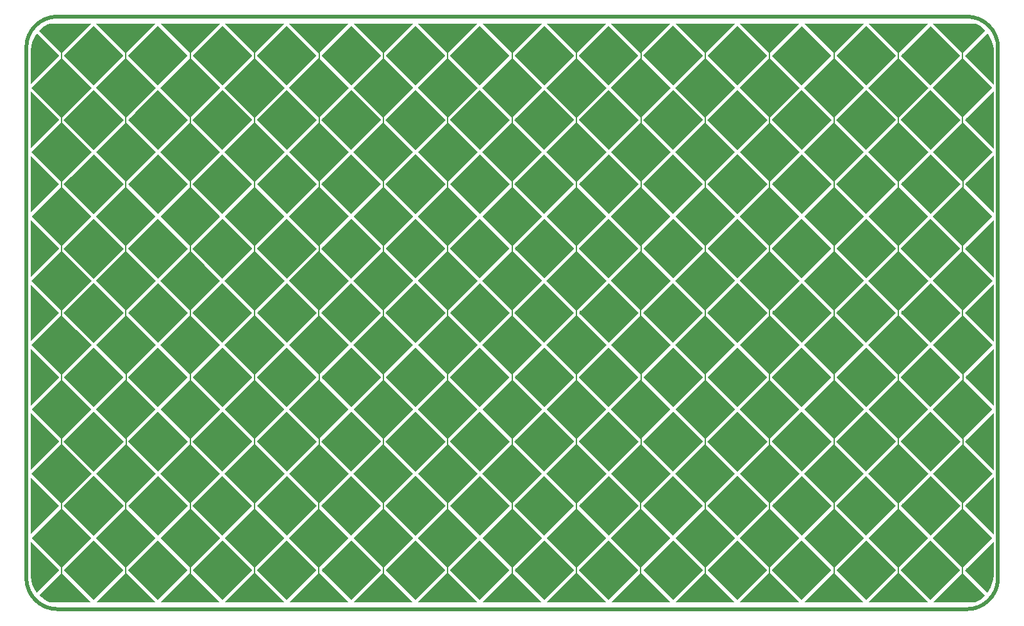
<source format=gtl>
G04*
G04 #@! TF.GenerationSoftware,Altium Limited,Altium Designer,24.5.2 (23)*
G04*
G04 Layer_Physical_Order=1*
G04 Layer_Color=255*
%FSLAX44Y44*%
%MOMM*%
G71*
G04*
G04 #@! TF.SameCoordinates,DF3C02B5-3F0F-4488-AB2D-F481A5C04937*
G04*
G04*
G04 #@! TF.FilePolarity,Positive*
G04*
G01*
G75*
%ADD10C,0.5000*%
%ADD11C,0.5000*%
%ADD12C,0.1300*%
%ADD13C,0.6000*%
G36*
X49000Y736991D02*
Y736988D01*
X11148Y699136D01*
X11148Y741687D01*
Y741687D01*
X11234Y744352D01*
X11920Y749638D01*
X13281Y754792D01*
X15294Y759728D01*
X17925Y764364D01*
X19515Y766475D01*
X49000Y736991D01*
D02*
G37*
G36*
X1258186Y779487D02*
X1259713Y778864D01*
X1264348Y776233D01*
X1268607Y773027D01*
X1271852Y769852D01*
X1242000Y740000D01*
X1202510Y779490D01*
X1258186Y779487D01*
D02*
G37*
G36*
X1196485Y779485D02*
X1157000Y740000D01*
X1117510Y779490D01*
X1196485Y779485D01*
D02*
G37*
G36*
X1111485D02*
X1072000Y740000D01*
X1032510Y779490D01*
X1111485Y779485D01*
D02*
G37*
G36*
X1026485D02*
X987000Y740000D01*
X947510Y779490D01*
X1026485Y779485D01*
D02*
G37*
G36*
X941485D02*
X902000Y740000D01*
X862510Y779490D01*
X941485Y779485D01*
D02*
G37*
G36*
X856485D02*
X817000Y740000D01*
X777510Y779490D01*
X856485Y779485D01*
D02*
G37*
G36*
X771485D02*
X732000Y740000D01*
X692510Y779490D01*
X771485Y779485D01*
D02*
G37*
G36*
X686485D02*
X647000Y740000D01*
X607510Y779490D01*
X686485Y779485D01*
D02*
G37*
G36*
X601485D02*
X562000Y740000D01*
X522510Y779490D01*
X601485Y779485D01*
D02*
G37*
G36*
X516485D02*
X477000Y740000D01*
X437510Y779490D01*
X516485Y779485D01*
D02*
G37*
G36*
X431485D02*
X392000Y740000D01*
X352510Y779490D01*
X431485Y779485D01*
D02*
G37*
G36*
X288240Y779489D02*
X346485Y779485D01*
X307000Y740000D01*
X267510Y779490D01*
X288240Y779489D01*
D02*
G37*
G36*
X261490Y779485D02*
X222005Y740000D01*
X222000D01*
X182510Y779490D01*
X261490Y779485D01*
D02*
G37*
G36*
X176495D02*
X137010Y740000D01*
X137000D01*
X97510Y779490D01*
X176495Y779485D01*
D02*
G37*
G36*
X91500D02*
X52015Y740000D01*
X51990D01*
X36633Y755358D01*
X22238Y769753D01*
X24859Y772433D01*
X29046Y775732D01*
X33623Y778464D01*
X35986Y779489D01*
X91500Y779485D01*
D02*
G37*
G36*
X1275716Y765112D02*
X1278449Y760535D01*
X1280570Y755645D01*
X1282043Y750522D01*
X1282845Y745252D01*
X1282990Y742590D01*
X1283000D01*
X1283000Y699000D01*
X1245000Y737000D01*
Y737000D01*
X1250590Y742590D01*
X1274569Y766569D01*
X1275716Y765112D01*
D02*
G37*
G36*
X349497Y776488D02*
X388988Y736997D01*
X349497Y697507D01*
Y697503D01*
X310000Y737000D01*
X349497Y776497D01*
Y776488D01*
D02*
G37*
G36*
X434497D02*
X473988Y736997D01*
X434497Y697507D01*
Y697503D01*
X395000Y737000D01*
X434497Y776497D01*
Y776488D01*
D02*
G37*
G36*
X264498D02*
X303988Y736997D01*
X264497Y697507D01*
Y697503D01*
X225002Y736998D01*
X264498Y776493D01*
Y776488D01*
D02*
G37*
G36*
X604497D02*
X643988Y736997D01*
X604497Y697507D01*
Y697503D01*
X565000Y737000D01*
X604497Y776498D01*
Y776488D01*
D02*
G37*
G36*
X519497D02*
X558988Y736997D01*
X519497Y697507D01*
Y697503D01*
X480000Y737000D01*
X519497Y776498D01*
Y776488D01*
D02*
G37*
G36*
X689498D02*
X728988Y736997D01*
X689497Y697507D01*
Y697503D01*
X650000Y737000D01*
X689392Y776392D01*
X689498Y776498D01*
Y776488D01*
D02*
G37*
G36*
X774498D02*
X813988Y736997D01*
X774497Y697507D01*
Y697503D01*
X735000Y737000D01*
X774286Y776286D01*
X774498Y776498D01*
Y776488D01*
D02*
G37*
G36*
X944498D02*
X983988Y736997D01*
X944497Y697507D01*
Y697503D01*
X905000Y737000D01*
X944181Y776181D01*
X944498Y776498D01*
Y776488D01*
D02*
G37*
G36*
X859498D02*
X898988Y736997D01*
X859497Y697507D01*
Y697503D01*
X820000Y737000D01*
X859181Y776181D01*
X859498Y776498D01*
Y776488D01*
D02*
G37*
G36*
X1029498D02*
X1068988Y736997D01*
X1029497Y697507D01*
Y697502D01*
X990000Y737000D01*
X1029075Y776075D01*
X1029498Y776498D01*
Y776488D01*
D02*
G37*
G36*
X1199498D02*
X1238988Y736997D01*
X1199497Y697507D01*
Y697502D01*
X1160000Y737000D01*
X1198969Y775969D01*
X1199498Y776498D01*
Y776488D01*
D02*
G37*
G36*
X1114498D02*
X1153988Y736997D01*
X1114497Y697507D01*
Y697502D01*
X1075000Y737000D01*
X1113969Y775969D01*
X1114498Y776498D01*
Y776488D01*
D02*
G37*
G36*
X179498D02*
X218988Y736997D01*
X179497Y697507D01*
Y697502D01*
X179493D01*
X140003Y736993D01*
X179498Y776488D01*
Y776488D01*
D02*
G37*
G36*
X133988Y736997D02*
X94497Y697507D01*
Y697502D01*
X94488D01*
X55003Y736988D01*
X94500Y776485D01*
X133988Y736997D01*
D02*
G37*
G36*
X1281492Y694508D02*
X1242016Y655032D01*
X1202529Y694519D01*
X1242005Y733995D01*
X1281492Y694508D01*
D02*
G37*
G36*
X1196495Y694505D02*
X1157017Y655027D01*
X1117526Y694517D01*
X1157005Y733995D01*
X1196495Y694505D01*
D02*
G37*
G36*
X1111497Y694503D02*
X1072017Y655022D01*
X1032524Y694515D01*
X1072005Y733995D01*
X1111497Y694503D01*
D02*
G37*
G36*
X1026495Y694505D02*
X987012Y655022D01*
X947522Y694512D01*
X987005Y733995D01*
X1026495Y694505D01*
D02*
G37*
G36*
X941495D02*
X902012Y655022D01*
X862522Y694512D01*
X902005Y733995D01*
X941495Y694505D01*
D02*
G37*
G36*
X856497Y694503D02*
X817012Y655017D01*
X777519Y694510D01*
X817005Y733995D01*
X856497Y694503D01*
D02*
G37*
G36*
X771500Y694500D02*
X732012Y655012D01*
X692517Y694507D01*
X732005Y733995D01*
X771500Y694500D01*
D02*
G37*
G36*
X686497Y694502D02*
X647007Y655012D01*
X607515Y694505D01*
Y694505D01*
X647005Y733995D01*
X686497Y694502D01*
D02*
G37*
G36*
X601497D02*
X562007Y655012D01*
X522515Y694505D01*
Y694505D01*
X562005Y733995D01*
X601497Y694502D01*
D02*
G37*
G36*
X516500Y694500D02*
X477007Y655007D01*
X437515Y694500D01*
Y694505D01*
X477005Y733995D01*
X516500Y694500D01*
D02*
G37*
G36*
X346404Y694596D02*
X346500Y694500D01*
D01*
X307005Y655005D01*
X267519Y694490D01*
X267515D01*
Y694505D01*
X267605Y694596D01*
X307005Y733995D01*
X346404Y694596D01*
D02*
G37*
G36*
X261404D02*
X261500Y694500D01*
X222005Y655005D01*
X182519Y694490D01*
X182515D01*
X182515Y694490D01*
Y694505D01*
X182605Y694596D01*
X222005Y733995D01*
X261404Y694596D01*
D02*
G37*
G36*
X431500Y694500D02*
D01*
X431502Y694498D01*
X392007Y655003D01*
X352515Y694495D01*
Y694505D01*
X392005Y733995D01*
X431500Y694500D01*
D02*
G37*
G36*
X176500Y694495D02*
X176505D01*
X176505Y694495D01*
X176500D01*
X137007Y655002D01*
X97519Y694490D01*
X97515D01*
Y694505D01*
X137003Y733993D01*
X176500Y694495D01*
D02*
G37*
G36*
X91500Y694490D02*
D01*
X91500Y694490D01*
X91490D01*
X52000Y655000D01*
X12510Y694490D01*
X12505D01*
X52003Y733988D01*
X91500Y694490D01*
D02*
G37*
G36*
X49000Y651995D02*
Y651990D01*
X11148Y614138D01*
X11148Y689847D01*
X49000Y651995D01*
D02*
G37*
G36*
X1283000Y614049D02*
X1245030Y652018D01*
X1283000Y689988D01*
X1283000Y614049D01*
D02*
G37*
G36*
X1199498Y691475D02*
X1238979Y651994D01*
X1199514Y612530D01*
X1160023Y652020D01*
X1199498Y691485D01*
Y691475D01*
D02*
G37*
G36*
X1114498D02*
X1153981Y651992D01*
X1114514Y612525D01*
X1075021Y652018D01*
X1114498Y691485D01*
Y691475D01*
D02*
G37*
G36*
X944498D02*
X983981Y651992D01*
X944512Y612522D01*
X905018Y652016D01*
X944498Y691485D01*
Y691475D01*
D02*
G37*
G36*
X1029498D02*
X1068984Y651989D01*
X1029514Y612520D01*
Y612520D01*
X990018Y652016D01*
X1029498Y691485D01*
Y691475D01*
D02*
G37*
G36*
X859498D02*
X898981Y651992D01*
X859509Y612520D01*
X820016Y652013D01*
X859498Y691485D01*
Y691475D01*
D02*
G37*
G36*
X774498D02*
X813984Y651989D01*
X774510Y612515D01*
X735014Y652011D01*
X774498Y691485D01*
Y691475D01*
D02*
G37*
G36*
X604497D02*
X643984Y651989D01*
X604507Y612512D01*
X565011Y652008D01*
X604497Y691485D01*
Y691475D01*
D02*
G37*
G36*
X689498D02*
X728986Y651987D01*
X689510Y612510D01*
Y612510D01*
X650011Y652008D01*
X689498Y691485D01*
Y691475D01*
D02*
G37*
G36*
X519497D02*
X558984Y651989D01*
X519505Y612510D01*
X480009Y652006D01*
X519497Y691485D01*
Y691475D01*
D02*
G37*
G36*
X434497D02*
X473986Y651987D01*
X434505Y612505D01*
X395007Y652003D01*
X403730Y660725D01*
X434497Y691485D01*
Y691475D01*
D02*
G37*
G36*
X264498D02*
X303986Y651986D01*
X264503Y612503D01*
X225004Y652001D01*
X264498Y691485D01*
Y691475D01*
D02*
G37*
G36*
X349497D02*
X388988Y651985D01*
X349504Y612501D01*
X310004Y652001D01*
X349497Y691485D01*
Y691475D01*
D02*
G37*
G36*
X179498D02*
X218986Y651986D01*
X179500Y612500D01*
X140003Y651998D01*
X149678Y661673D01*
X179498Y691485D01*
Y691475D01*
D02*
G37*
G36*
X94497D02*
X133988Y651985D01*
X94499Y612496D01*
X55003Y651993D01*
X85330Y682320D01*
X94497Y691485D01*
Y691475D01*
D02*
G37*
G36*
X1281494Y609515D02*
X1242016Y570037D01*
X1202524Y609529D01*
X1242007Y649012D01*
X1281494Y609515D01*
D02*
G37*
G36*
X1196497Y609512D02*
X1157016Y570032D01*
X1117522Y609527D01*
X1157007Y649012D01*
X1196497Y609512D01*
D02*
G37*
G36*
X1111499Y609510D02*
X1072017Y570027D01*
X1032519Y609524D01*
X1072007Y649012D01*
X1111499Y609510D01*
D02*
G37*
G36*
X1026497Y609512D02*
X987012Y570027D01*
X947517Y609522D01*
X987007Y649012D01*
X1026497Y609512D01*
D02*
G37*
G36*
X941497D02*
X902012Y570027D01*
X862517Y609522D01*
X902007Y649012D01*
X941497Y609512D01*
D02*
G37*
G36*
X856500Y609510D02*
X817012Y570022D01*
X777514Y609520D01*
X817007Y649012D01*
X856500Y609510D01*
D02*
G37*
G36*
X771492Y609517D02*
X771502Y609507D01*
X732012Y570017D01*
X692514Y609515D01*
X732009Y649010D01*
X771492Y609517D01*
D02*
G37*
G36*
X686500Y609510D02*
X647007Y570017D01*
X607512Y609512D01*
Y609517D01*
X647007Y649012D01*
X686500Y609510D01*
D02*
G37*
G36*
X601500Y609510D02*
X562007Y570017D01*
X522512Y609512D01*
Y609517D01*
X562007Y649012D01*
X601500Y609510D01*
D02*
G37*
G36*
X495228Y630787D02*
X505860Y620152D01*
X516502Y609507D01*
X516497Y609502D01*
X516497D01*
X477007Y570012D01*
X437512Y609507D01*
Y609512D01*
X477007Y649007D01*
X495228Y630787D01*
D02*
G37*
G36*
X429822Y611188D02*
X431492Y609517D01*
X431505Y609505D01*
X431502Y609502D01*
X431497D01*
X392007Y570012D01*
X352517Y609503D01*
X352512D01*
X352512Y609503D01*
Y609507D01*
X392007Y649003D01*
X429822Y611188D01*
D02*
G37*
G36*
X346500Y609505D02*
X346500D01*
X346498Y609502D01*
X346497D01*
X307007Y570012D01*
X267516Y609503D01*
X267512D01*
Y609512D01*
X307003Y649003D01*
X346500Y609505D01*
D02*
G37*
G36*
X261500D02*
X261500D01*
X261498Y609502D01*
X261497D01*
X222007Y570012D01*
X182516Y609503D01*
X182512D01*
Y609512D01*
X222003Y649003D01*
X261500Y609505D01*
D02*
G37*
G36*
X176498Y609502D02*
X176497D01*
X137007Y570012D01*
X97516Y609503D01*
X97512D01*
Y609507D01*
X137003Y648998D01*
X176498Y609502D01*
D02*
G37*
G36*
X91493D02*
X91488D01*
X51997Y570012D01*
X12510Y609500D01*
X52003Y648993D01*
X91493Y609502D01*
D02*
G37*
G36*
X49000Y567000D02*
Y566995D01*
X11148Y529143D01*
X11148Y604852D01*
X49000Y567000D01*
D02*
G37*
G36*
X1283000Y529053D02*
X1245033Y567020D01*
X1283000Y604988D01*
X1283000Y529053D01*
D02*
G37*
G36*
X1199498Y606475D02*
X1238976Y566997D01*
X1199514Y527534D01*
X1160025Y567023D01*
X1199498Y606485D01*
Y606475D01*
D02*
G37*
G36*
X1114498D02*
X1153979Y566994D01*
X1114514Y527530D01*
X1075023Y567020D01*
X1114498Y606485D01*
Y606475D01*
D02*
G37*
G36*
X944498D02*
X983979Y566994D01*
X944512Y527527D01*
X905021Y567018D01*
X944498Y606485D01*
Y606475D01*
D02*
G37*
G36*
X1029498D02*
X1068981Y566992D01*
X1029514Y527525D01*
Y527525D01*
X990021Y567018D01*
X1029498Y606485D01*
Y606475D01*
D02*
G37*
G36*
X859498D02*
X898979Y566994D01*
X859509Y527524D01*
X820018Y567016D01*
X859498Y606485D01*
Y606475D01*
D02*
G37*
G36*
X774498D02*
X813981Y566992D01*
X774509Y527520D01*
X735016Y567013D01*
X774498Y606485D01*
Y606475D01*
D02*
G37*
G36*
X604497D02*
X643981Y566992D01*
X604507Y527517D01*
X565013Y567011D01*
X604497Y606485D01*
Y606475D01*
D02*
G37*
G36*
X689498D02*
X728984Y566989D01*
X689509Y527515D01*
Y527515D01*
X650013Y567011D01*
X689498Y606485D01*
Y606475D01*
D02*
G37*
G36*
X519497D02*
X558982Y566992D01*
X519505Y527515D01*
X480011Y567008D01*
X519497Y606485D01*
Y606475D01*
D02*
G37*
G36*
X434497D02*
X473984Y566989D01*
X434505Y527510D01*
X395009Y567006D01*
X434497Y606485D01*
Y606475D01*
D02*
G37*
G36*
X264498D02*
X303984Y566989D01*
X264502Y527507D01*
X225006Y567004D01*
X264498Y606485D01*
Y606475D01*
D02*
G37*
G36*
X349497D02*
X388986Y566987D01*
X349505Y527505D01*
Y527505D01*
X310006Y567004D01*
X349497Y606485D01*
Y606475D01*
D02*
G37*
G36*
X179498D02*
X218984Y566989D01*
X179500Y527505D01*
X140004Y567001D01*
X179498Y606485D01*
Y606475D01*
D02*
G37*
G36*
X94497D02*
X133987Y566986D01*
X94500Y527500D01*
X55003Y566998D01*
X65099Y577094D01*
X94497Y606485D01*
Y606475D01*
D02*
G37*
G36*
X1281492Y524517D02*
X1242016Y485042D01*
X1202526Y524532D01*
X1242007Y564012D01*
X1281492Y524517D01*
D02*
G37*
G36*
X1196495Y524515D02*
X1157016Y485037D01*
X1117524Y524529D01*
X1157007Y564012D01*
X1196495Y524515D01*
D02*
G37*
G36*
X1111497Y524512D02*
X1072016Y485032D01*
X1032522Y524527D01*
X1072007Y564012D01*
X1111497Y524512D01*
D02*
G37*
G36*
X1026495Y524515D02*
X987012Y485032D01*
X947519Y524524D01*
X987007Y564012D01*
X1026495Y524515D01*
D02*
G37*
G36*
X941495Y524515D02*
X902012Y485032D01*
X862519Y524524D01*
X902007Y564012D01*
X941495Y524515D01*
D02*
G37*
G36*
X856497Y524512D02*
X817012Y485027D01*
X777517Y524522D01*
X817007Y564012D01*
X856497Y524512D01*
D02*
G37*
G36*
X771500Y524510D02*
X732012Y485022D01*
X692514Y524520D01*
X732007Y564012D01*
X771500Y524510D01*
D02*
G37*
G36*
X686497Y524512D02*
X647007Y485022D01*
X607512Y524517D01*
Y524517D01*
X647007Y564012D01*
X686497Y524512D01*
D02*
G37*
G36*
X601497D02*
X562007Y485022D01*
X522512Y524517D01*
Y524517D01*
X562007Y564012D01*
X601497Y524512D01*
D02*
G37*
G36*
X516500Y524510D02*
X477007Y485017D01*
X437512Y524512D01*
Y524517D01*
X477007Y564012D01*
X516500Y524510D01*
D02*
G37*
G36*
X345664Y525345D02*
X346500Y524510D01*
X346500D01*
X307005Y485014D01*
X267516Y524503D01*
X267512D01*
Y524517D01*
X307002Y564007D01*
X345664Y525345D01*
D02*
G37*
G36*
X260559Y525451D02*
X261500Y524510D01*
D01*
X222005Y485014D01*
X182516Y524503D01*
X182512D01*
Y524517D01*
X222003Y564007D01*
X260559Y525451D01*
D02*
G37*
G36*
X410122Y545892D02*
X431502Y524507D01*
X431497Y524502D01*
X431497D01*
X392007Y485012D01*
X352512Y524507D01*
Y524512D01*
X392007Y564007D01*
X410122Y545892D01*
D02*
G37*
G36*
X176500Y524505D02*
X176500D01*
X176498Y524502D01*
X176497D01*
X137007Y485012D01*
X97516Y524503D01*
X97512D01*
Y524512D01*
X137002Y564002D01*
X176500Y524505D01*
D02*
G37*
G36*
X90655Y525345D02*
X91498Y524502D01*
X91488D01*
X51997Y485012D01*
X12507Y524502D01*
X52003Y563998D01*
X90655Y525345D01*
D02*
G37*
G36*
X49000Y482000D02*
Y482000D01*
X11148Y444148D01*
X11148Y519852D01*
X49000Y482000D01*
D02*
G37*
G36*
X1282999Y444058D02*
X1245035Y482023D01*
X1283000Y519987D01*
X1282999Y444058D01*
D02*
G37*
G36*
X1199498Y521475D02*
X1238974Y481999D01*
X1199514Y442539D01*
X1160028Y482025D01*
X1199498Y521485D01*
Y521475D01*
D02*
G37*
G36*
X1114498D02*
X1153976Y481997D01*
X1114514Y442534D01*
X1075025Y482023D01*
X1114498Y521485D01*
Y521475D01*
D02*
G37*
G36*
X944498D02*
X983976Y481996D01*
X944512Y442532D01*
X905023Y482020D01*
X944498Y521485D01*
Y521475D01*
D02*
G37*
G36*
X1029498D02*
X1068979Y481994D01*
X1029514Y442529D01*
Y442529D01*
X990023Y482020D01*
X1029498Y521485D01*
Y521475D01*
D02*
G37*
G36*
X859498D02*
X898976Y481996D01*
X859509Y442529D01*
X820021Y482018D01*
X859498Y521485D01*
Y521475D01*
D02*
G37*
G36*
X774498D02*
X813979Y481994D01*
X774509Y442524D01*
X735018Y482016D01*
X774498Y521485D01*
Y521475D01*
D02*
G37*
G36*
X604497D02*
X643979Y481994D01*
X604507Y442522D01*
X565016Y482013D01*
X604497Y521485D01*
Y521475D01*
D02*
G37*
G36*
X689498D02*
X728981Y481992D01*
X689509Y442520D01*
Y442520D01*
X650016Y482013D01*
X689498Y521485D01*
Y521475D01*
D02*
G37*
G36*
X519497D02*
X558979Y481994D01*
X519505Y442519D01*
X480013Y482011D01*
X519497Y521485D01*
Y521475D01*
D02*
G37*
G36*
X434497D02*
X473982Y481992D01*
X434505Y442515D01*
X395011Y482008D01*
X434497Y521485D01*
Y521475D01*
D02*
G37*
G36*
X264498D02*
X303982Y481991D01*
X264502Y442512D01*
X225009Y482006D01*
X264498Y521485D01*
Y521475D01*
D02*
G37*
G36*
X349497D02*
X388984Y481989D01*
X349505Y442510D01*
Y442510D01*
X310009Y482006D01*
X349497Y521485D01*
Y521475D01*
D02*
G37*
G36*
X179498D02*
X218982Y481991D01*
X179500Y442510D01*
X140006Y482004D01*
X179498Y521485D01*
Y521475D01*
D02*
G37*
G36*
X94497D02*
X133984Y481989D01*
X94500Y442505D01*
X55004Y482001D01*
X94497Y521485D01*
Y521475D01*
D02*
G37*
G36*
X1281490Y439520D02*
X1242016Y400046D01*
X1202529Y439534D01*
X1242007Y479012D01*
X1281490Y439520D01*
D02*
G37*
G36*
X1196492Y439517D02*
X1157016Y400042D01*
X1117526Y439532D01*
X1157007Y479012D01*
X1196492Y439517D01*
D02*
G37*
G36*
X1111495Y439515D02*
X1072016Y400037D01*
X1032524Y439529D01*
X1072007Y479012D01*
X1111495Y439515D01*
D02*
G37*
G36*
X1026492Y439517D02*
X987011Y400037D01*
X947521Y439527D01*
X987007Y479012D01*
X1026492Y439517D01*
D02*
G37*
G36*
X941492Y439517D02*
X902012Y400037D01*
X862521Y439527D01*
X902007Y479012D01*
X941492Y439517D01*
D02*
G37*
G36*
X856495Y439515D02*
X817012Y400032D01*
X777519Y439524D01*
X817007Y479012D01*
X856495Y439515D01*
D02*
G37*
G36*
X771497Y439512D02*
X732012Y400027D01*
X692517Y439522D01*
X732007Y479012D01*
X771497Y439512D01*
D02*
G37*
G36*
X686495Y439515D02*
X647007Y400027D01*
X607514Y439520D01*
X647007Y479012D01*
X686495Y439515D01*
D02*
G37*
G36*
X601495D02*
X562007Y400027D01*
X522514Y439520D01*
X562007Y479012D01*
X601495Y439515D01*
D02*
G37*
G36*
X516497Y439512D02*
X477007Y400022D01*
X437512Y439517D01*
Y439517D01*
X477007Y479012D01*
X516497Y439512D01*
D02*
G37*
G36*
X431500Y439510D02*
X392007Y400017D01*
X352512Y439512D01*
Y439517D01*
X392007Y479012D01*
X431500Y439510D01*
D02*
G37*
G36*
X326070Y459944D02*
X339685Y446326D01*
X346497Y439512D01*
X307002Y400017D01*
X267512Y439507D01*
Y439517D01*
X307005Y479010D01*
X326070Y459944D01*
D02*
G37*
G36*
X240965Y460050D02*
X261497Y439512D01*
X222002Y400017D01*
X182512Y439507D01*
Y439517D01*
X222005Y479010D01*
X240965Y460050D01*
D02*
G37*
G36*
X175875Y440135D02*
X176500Y439510D01*
X176500D01*
X137005Y400014D01*
X97516Y439503D01*
X97512D01*
Y439517D01*
X137002Y479007D01*
X175875Y440135D01*
D02*
G37*
G36*
X71061Y459944D02*
X91498Y439502D01*
X91488D01*
X51997Y400012D01*
X12505Y439505D01*
X52003Y479002D01*
X71061Y459944D01*
D02*
G37*
G36*
X48998Y397002D02*
X11148Y359152D01*
X11148Y434852D01*
X48998Y397002D01*
D02*
G37*
G36*
X1282999Y359063D02*
X1245037Y397025D01*
X1282999Y434987D01*
X1282999Y359063D01*
D02*
G37*
G36*
X1199498Y436475D02*
X1238971Y397002D01*
X1199514Y357544D01*
X1160030Y397028D01*
X1199498Y436485D01*
Y436475D01*
D02*
G37*
G36*
X1114498D02*
X1153974Y396999D01*
X1114514Y357539D01*
X1075028Y397025D01*
X1114498Y436485D01*
Y436475D01*
D02*
G37*
G36*
X944498D02*
X983974Y396999D01*
X944511Y357537D01*
X905025Y397023D01*
X944498Y436485D01*
Y436475D01*
D02*
G37*
G36*
X1029498D02*
X1068976Y396997D01*
X1029514Y357534D01*
Y357534D01*
X990025Y397023D01*
X1029498Y436485D01*
Y436475D01*
D02*
G37*
G36*
X859498D02*
X898974Y396999D01*
X859509Y357534D01*
X820023Y397020D01*
X859498Y436485D01*
Y436475D01*
D02*
G37*
G36*
X774498D02*
X813976Y396996D01*
X774509Y357529D01*
X735021Y397018D01*
X774498Y436485D01*
Y436475D01*
D02*
G37*
G36*
X604497D02*
X643977Y396996D01*
X604507Y357527D01*
X565018Y397015D01*
X604497Y436485D01*
Y436475D01*
D02*
G37*
G36*
X689498D02*
X728979Y396994D01*
X689509Y357524D01*
Y357524D01*
X650018Y397015D01*
X689498Y436485D01*
Y436475D01*
D02*
G37*
G36*
X519497D02*
X558977Y396996D01*
X519505Y357524D01*
X480016Y397013D01*
X519497Y436485D01*
Y436475D01*
D02*
G37*
G36*
X434497D02*
X473979Y396994D01*
X434505Y357519D01*
X395013Y397011D01*
X434497Y436485D01*
Y436475D01*
D02*
G37*
G36*
X264498D02*
X303979Y396994D01*
X264502Y357517D01*
X225011Y397008D01*
X264498Y436485D01*
Y436475D01*
D02*
G37*
G36*
X349497D02*
X388982Y396991D01*
X349505Y357515D01*
Y357515D01*
X310011Y397008D01*
X349497Y436485D01*
Y436475D01*
D02*
G37*
G36*
X179498D02*
X218979Y396994D01*
X179500Y357514D01*
X140008Y397006D01*
X179498Y436485D01*
Y436475D01*
D02*
G37*
G36*
X94497D02*
X133982Y396991D01*
X94500Y357510D01*
X55006Y397004D01*
X94497Y436485D01*
Y436475D01*
D02*
G37*
G36*
X1281487Y354522D02*
X1242016Y315051D01*
X1202531Y354536D01*
X1242007Y394012D01*
X1281487Y354522D01*
D02*
G37*
G36*
X1196490Y354520D02*
X1157016Y315046D01*
X1117529Y354534D01*
X1157007Y394012D01*
X1196490Y354520D01*
D02*
G37*
G36*
X1111492Y354517D02*
X1072016Y315042D01*
X1032526Y354532D01*
X1072007Y394012D01*
X1111492Y354517D01*
D02*
G37*
G36*
X1026490Y354520D02*
X987011Y315041D01*
X947524Y354529D01*
X987007Y394012D01*
X1026490Y354520D01*
D02*
G37*
G36*
X941490D02*
X902011Y315041D01*
X862524Y354529D01*
X902007Y394012D01*
X941490Y354520D01*
D02*
G37*
G36*
X856492Y354517D02*
X817011Y315037D01*
X777521Y354527D01*
X817007Y394012D01*
X856492Y354517D01*
D02*
G37*
G36*
X771495Y354515D02*
X732012Y315032D01*
X692519Y354524D01*
X732007Y394012D01*
X771495Y354515D01*
D02*
G37*
G36*
X686492Y354517D02*
X647007Y315032D01*
X607517Y354522D01*
X647007Y394012D01*
X686492Y354517D01*
D02*
G37*
G36*
X601492Y354517D02*
X562007Y315032D01*
X522517Y354522D01*
X562007Y394012D01*
X601492Y354517D01*
D02*
G37*
G36*
X516495Y354515D02*
X477007Y315027D01*
X437514Y354520D01*
X477007Y394012D01*
X516495Y354515D01*
D02*
G37*
G36*
X431497Y354512D02*
X392007Y315022D01*
X352512Y354517D01*
Y354517D01*
X392007Y394012D01*
X431497Y354512D01*
D02*
G37*
G36*
X346495Y354515D02*
X307002Y315022D01*
X267512Y354512D01*
Y354517D01*
X307007Y394012D01*
X346495Y354515D01*
D02*
G37*
G36*
X261495D02*
X222002Y315022D01*
X182512Y354512D01*
Y354517D01*
X222007Y394012D01*
X261495Y354515D01*
D02*
G37*
G36*
X156176Y374839D02*
X176492Y354517D01*
X176497Y354512D01*
X137002Y315017D01*
X97512Y354507D01*
Y354517D01*
X137004Y394010D01*
X156176Y374839D01*
D02*
G37*
G36*
X71743Y374262D02*
X91490Y354510D01*
X91495Y354505D01*
X91493Y354502D01*
X91488D01*
X52000Y315015D01*
X12505Y354510D01*
X52002Y394007D01*
X71743Y374262D01*
D02*
G37*
G36*
X48995Y312005D02*
X11148Y274157D01*
X11148Y349852D01*
X48995Y312005D01*
D02*
G37*
G36*
X1282999Y274068D02*
X1245040Y312028D01*
X1282999Y349987D01*
X1282999Y274068D01*
D02*
G37*
G36*
X1199498Y351475D02*
X1238969Y312004D01*
X1199514Y272549D01*
X1160033Y312030D01*
X1199498Y351485D01*
Y351475D01*
D02*
G37*
G36*
X1114498D02*
X1153971Y312002D01*
X1114514Y272544D01*
X1075030Y312028D01*
X1114498Y351485D01*
Y351475D01*
D02*
G37*
G36*
X944498D02*
X983971Y312001D01*
X944511Y272541D01*
X905028Y312025D01*
X944498Y351485D01*
Y351475D01*
D02*
G37*
G36*
X1029498D02*
X1068974Y311999D01*
X1029514Y272539D01*
Y272539D01*
X990028Y312025D01*
X1029498Y351485D01*
Y351475D01*
D02*
G37*
G36*
X859498D02*
X898971Y312001D01*
X859509Y272539D01*
X820025Y312023D01*
X859498Y351485D01*
Y351475D01*
D02*
G37*
G36*
X774498D02*
X813974Y311999D01*
X774509Y272534D01*
X735023Y312020D01*
X774498Y351485D01*
Y351475D01*
D02*
G37*
G36*
X604497D02*
X643974Y311999D01*
X604507Y272532D01*
X565020Y312018D01*
X604497Y351485D01*
Y351475D01*
D02*
G37*
G36*
X689498D02*
X728977Y311996D01*
X689509Y272529D01*
Y272529D01*
X650021Y312018D01*
X689498Y351485D01*
Y351475D01*
D02*
G37*
G36*
X519497D02*
X558974Y311999D01*
X519504Y272529D01*
X480018Y312015D01*
X519497Y351485D01*
Y351475D01*
D02*
G37*
G36*
X434497D02*
X473977Y311996D01*
X434505Y272524D01*
X395016Y312013D01*
X434497Y351485D01*
Y351475D01*
D02*
G37*
G36*
X264498D02*
X303977Y311996D01*
X264502Y272522D01*
X225013Y312011D01*
X264498Y351485D01*
Y351475D01*
D02*
G37*
G36*
X349497D02*
X388979Y311994D01*
X349505Y272519D01*
Y272519D01*
X310013Y312011D01*
X349497Y351485D01*
Y351475D01*
D02*
G37*
G36*
X179498D02*
X218977Y311996D01*
X179500Y272519D01*
X140011Y312008D01*
X179498Y351485D01*
Y351475D01*
D02*
G37*
G36*
X94497D02*
X133979Y311994D01*
X94500Y272514D01*
X55009Y312006D01*
X94497Y351485D01*
Y351475D01*
D02*
G37*
G36*
X1281485Y269525D02*
X1242016Y230056D01*
X1202533Y269539D01*
X1242007Y309012D01*
X1281485Y269525D01*
D02*
G37*
G36*
X1196487Y269522D02*
X1157016Y230051D01*
X1117531Y269536D01*
X1157007Y309012D01*
X1196487Y269522D01*
D02*
G37*
G36*
X1111490Y269520D02*
X1072016Y230046D01*
X1032529Y269534D01*
X1072007Y309012D01*
X1111490Y269520D01*
D02*
G37*
G36*
X1026487Y269522D02*
X987011Y230046D01*
X947526Y269531D01*
X987007Y309012D01*
X1026487Y269522D01*
D02*
G37*
G36*
X941487Y269522D02*
X902011Y230046D01*
X862526Y269531D01*
X902007Y309012D01*
X941487Y269522D01*
D02*
G37*
G36*
X856490Y269520D02*
X817011Y230041D01*
X777524Y269529D01*
X817007Y309012D01*
X856490Y269520D01*
D02*
G37*
G36*
X771492Y269517D02*
X732012Y230037D01*
X692521Y269527D01*
X732007Y309012D01*
X771492Y269517D01*
D02*
G37*
G36*
X686490Y269520D02*
X647007Y230036D01*
X607519Y269524D01*
X647007Y309012D01*
X686490Y269520D01*
D02*
G37*
G36*
X601490D02*
X562007Y230036D01*
X522519Y269524D01*
X562007Y309012D01*
X601490Y269520D01*
D02*
G37*
G36*
X516492Y269517D02*
X477007Y230032D01*
X437517Y269522D01*
X477007Y309012D01*
X516492Y269517D01*
D02*
G37*
G36*
X431495Y269515D02*
X392007Y230027D01*
X352514Y269520D01*
X392007Y309012D01*
X431495Y269515D01*
D02*
G37*
G36*
X346493Y269517D02*
X307002Y230027D01*
X267512Y269517D01*
Y269517D01*
X307007Y309012D01*
X346493Y269517D01*
D02*
G37*
G36*
X261493Y269517D02*
X222002Y230027D01*
X182512Y269517D01*
Y269517D01*
X222007Y309012D01*
X261493Y269517D01*
D02*
G37*
G36*
X176495Y269515D02*
X137002Y230022D01*
X97512Y269512D01*
Y269517D01*
X137007Y309012D01*
X176495Y269515D01*
D02*
G37*
G36*
X65161Y295846D02*
X91493Y269507D01*
X91488Y269503D01*
X91488D01*
X52002Y230017D01*
X12505Y269514D01*
X52000Y309010D01*
X65161Y295846D01*
D02*
G37*
G36*
X48993Y227007D02*
X11147Y189162D01*
X11148Y264853D01*
X48993Y227007D01*
D02*
G37*
G36*
X1282999Y189073D02*
X1245042Y227030D01*
X1282999Y264987D01*
X1282999Y189073D01*
D02*
G37*
G36*
X1199498Y266475D02*
X1238967Y227006D01*
X1199514Y187554D01*
X1160035Y227032D01*
X1199498Y266485D01*
Y266475D01*
D02*
G37*
G36*
X1114498D02*
X1153969Y227004D01*
X1114514Y187549D01*
X1075033Y227030D01*
X1114498Y266485D01*
Y266475D01*
D02*
G37*
G36*
X944498D02*
X983969Y227004D01*
X944511Y187546D01*
X905030Y227027D01*
X944498Y266485D01*
Y266475D01*
D02*
G37*
G36*
X1029498D02*
X1068971Y227002D01*
X1029514Y187544D01*
Y187544D01*
X990030Y227027D01*
X1029498Y266485D01*
Y266475D01*
D02*
G37*
G36*
X859498D02*
X898969Y227004D01*
X859509Y187544D01*
X820028Y227025D01*
X859498Y266485D01*
Y266475D01*
D02*
G37*
G36*
X774498D02*
X813971Y227001D01*
X774509Y187539D01*
X735025Y227023D01*
X774498Y266485D01*
Y266475D01*
D02*
G37*
G36*
X604497D02*
X643972Y227001D01*
X604507Y187536D01*
X565023Y227020D01*
X604497Y266485D01*
Y266475D01*
D02*
G37*
G36*
X689498D02*
X728974Y226999D01*
X689509Y187534D01*
Y187534D01*
X650023Y227020D01*
X689498Y266485D01*
Y266475D01*
D02*
G37*
G36*
X519497D02*
X558972Y227001D01*
X519504Y187534D01*
X480020Y227018D01*
X519497Y266485D01*
Y266475D01*
D02*
G37*
G36*
X434497D02*
X473974Y226999D01*
X434505Y187529D01*
X395018Y227015D01*
X434497Y266485D01*
Y266475D01*
D02*
G37*
G36*
X264498D02*
X303974Y226999D01*
X264502Y187527D01*
X225016Y227013D01*
X264498Y266485D01*
Y266475D01*
D02*
G37*
G36*
X349497D02*
X388977Y226996D01*
X349505Y187524D01*
Y187524D01*
X310016Y227013D01*
X349497Y266485D01*
Y266475D01*
D02*
G37*
G36*
X179498D02*
X218974Y226999D01*
X179500Y187524D01*
X140013Y227011D01*
X179498Y266485D01*
Y266475D01*
D02*
G37*
G36*
X94497D02*
X133977Y226996D01*
X94500Y187519D01*
X55011Y227008D01*
X94497Y266485D01*
Y266475D01*
D02*
G37*
G36*
X1281482Y184527D02*
X1242016Y145061D01*
X1202536Y184541D01*
X1242007Y224012D01*
X1281482Y184527D01*
D02*
G37*
G36*
X1196485Y184525D02*
X1157016Y145056D01*
X1117533Y184539D01*
X1157007Y224012D01*
X1196485Y184525D01*
D02*
G37*
G36*
X1111487Y184522D02*
X1072016Y145051D01*
X1032531Y184536D01*
X1072007Y224012D01*
X1111487Y184522D01*
D02*
G37*
G36*
X1026485Y184525D02*
X987011Y145051D01*
X947529Y184534D01*
X987007Y224012D01*
X1026485Y184525D01*
D02*
G37*
G36*
X941485Y184525D02*
X902011Y145051D01*
X862529Y184534D01*
X902007Y224012D01*
X941485Y184525D01*
D02*
G37*
G36*
X856487Y184522D02*
X817011Y145046D01*
X777526Y184531D01*
X817007Y224012D01*
X856487Y184522D01*
D02*
G37*
G36*
X771490Y184520D02*
X732011Y145041D01*
X692524Y184529D01*
X732007Y224012D01*
X771490Y184520D01*
D02*
G37*
G36*
X686488Y184522D02*
X647007Y145041D01*
X607521Y184527D01*
X647007Y224012D01*
X686488Y184522D01*
D02*
G37*
G36*
X601488D02*
X562007Y145041D01*
X522521Y184527D01*
X562007Y224012D01*
X601488Y184522D01*
D02*
G37*
G36*
X516490Y184520D02*
X477007Y145036D01*
X437519Y184524D01*
X477007Y224012D01*
X516490Y184520D01*
D02*
G37*
G36*
X431493Y184517D02*
X392007Y145031D01*
X352517Y184522D01*
X392007Y224012D01*
X431493Y184517D01*
D02*
G37*
G36*
X346490Y184519D02*
X307002Y145031D01*
X267514Y184519D01*
X307007Y224012D01*
X346490Y184519D01*
D02*
G37*
G36*
X261490Y184519D02*
X222002Y145031D01*
X182514Y184519D01*
X222007Y224012D01*
X261490Y184519D01*
D02*
G37*
G36*
X176493Y184517D02*
X137002Y145027D01*
X97512Y184517D01*
Y184517D01*
X137007Y224012D01*
X176493Y184517D01*
D02*
G37*
G36*
X91490Y184510D02*
X52002Y145022D01*
X12505Y184519D01*
X51997Y224012D01*
X91490Y184510D01*
D02*
G37*
G36*
X48990Y142010D02*
X11147Y104167D01*
X11147Y179853D01*
X48990Y142010D01*
D02*
G37*
G36*
X1282999Y104078D02*
X1245044Y142032D01*
X1282999Y179987D01*
X1282999Y104078D01*
D02*
G37*
G36*
X1199498Y181475D02*
X1238964Y142009D01*
X1199514Y102558D01*
X1160037Y142035D01*
X1199498Y181485D01*
Y181475D01*
D02*
G37*
G36*
X1114498D02*
X1153967Y142007D01*
X1114514Y102554D01*
X1075035Y142032D01*
X1114498Y181485D01*
Y181475D01*
D02*
G37*
G36*
X944498D02*
X983967Y142006D01*
X944511Y102551D01*
X905033Y142030D01*
X944498Y181485D01*
Y181475D01*
D02*
G37*
G36*
X1029498D02*
X1068969Y142004D01*
X1029514Y102549D01*
Y102549D01*
X990033Y142030D01*
X1029498Y181485D01*
Y181475D01*
D02*
G37*
G36*
X859498D02*
X898967Y142006D01*
X859509Y102549D01*
X820030Y142028D01*
X859498Y181485D01*
Y181475D01*
D02*
G37*
G36*
X774498D02*
X813969Y142004D01*
X774509Y102544D01*
X735028Y142025D01*
X774498Y181485D01*
Y181475D01*
D02*
G37*
G36*
X604497D02*
X643969Y142004D01*
X604507Y102541D01*
X565025Y142023D01*
X604497Y181485D01*
Y181475D01*
D02*
G37*
G36*
X689498D02*
X728972Y142001D01*
X689509Y102539D01*
Y102539D01*
X650025Y142023D01*
X689498Y181485D01*
Y181475D01*
D02*
G37*
G36*
X519497D02*
X558969Y142004D01*
X519504Y102539D01*
X480023Y142020D01*
X519497Y181485D01*
Y181475D01*
D02*
G37*
G36*
X434497D02*
X473972Y142001D01*
X434504Y102534D01*
X395020Y142018D01*
X434497Y181485D01*
Y181475D01*
D02*
G37*
G36*
X264498D02*
X303972Y142001D01*
X264502Y102531D01*
X225018Y142015D01*
X264498Y181485D01*
Y181475D01*
D02*
G37*
G36*
X349497D02*
X388974Y141999D01*
X349504Y102529D01*
Y102529D01*
X310018Y142015D01*
X349497Y181485D01*
Y181475D01*
D02*
G37*
G36*
X179498D02*
X218972Y142001D01*
X179500Y102529D01*
X140016Y142013D01*
X179498Y181485D01*
Y181475D01*
D02*
G37*
G36*
X94497D02*
X133974Y141999D01*
X94500Y102524D01*
X55013Y142011D01*
X94497Y181485D01*
Y181475D01*
D02*
G37*
G36*
X1281480Y99530D02*
X1242016Y60066D01*
X1202538Y99544D01*
X1242007Y139012D01*
X1281480Y99530D01*
D02*
G37*
G36*
X1196482Y99527D02*
X1157016Y60061D01*
X1117536Y99541D01*
X1157007Y139012D01*
X1196482Y99527D01*
D02*
G37*
G36*
X1111485Y99525D02*
X1072016Y60056D01*
X1032533Y99539D01*
X1072007Y139012D01*
X1111485Y99525D01*
D02*
G37*
G36*
X1026482Y99527D02*
X987011Y60056D01*
X947531Y99536D01*
X987007Y139012D01*
X1026482Y99527D01*
D02*
G37*
G36*
X941482D02*
X902011Y60056D01*
X862531Y99536D01*
X902007Y139012D01*
X941482Y99527D01*
D02*
G37*
G36*
X856485Y99525D02*
X817011Y60051D01*
X777529Y99534D01*
X817007Y139012D01*
X856485Y99525D01*
D02*
G37*
G36*
X771487Y99522D02*
X732011Y60046D01*
X692526Y99531D01*
X732007Y139012D01*
X771487Y99522D01*
D02*
G37*
G36*
X686485Y99524D02*
X647007Y60046D01*
X607524Y99529D01*
X647007Y139012D01*
X686485Y99524D01*
D02*
G37*
G36*
X601485Y99524D02*
X562007Y60046D01*
X522524Y99529D01*
X562007Y139012D01*
X601485Y99524D01*
D02*
G37*
G36*
X516488Y99522D02*
X477007Y60041D01*
X437521Y99527D01*
X477007Y139012D01*
X516488Y99522D01*
D02*
G37*
G36*
X431490Y99520D02*
X392007Y60036D01*
X352519Y99524D01*
X392007Y139012D01*
X431490Y99520D01*
D02*
G37*
G36*
X346488Y99522D02*
X307002Y60036D01*
X267516Y99522D01*
X307007Y139012D01*
X346488Y99522D01*
D02*
G37*
G36*
X261488D02*
X222002Y60036D01*
X182516Y99522D01*
X222007Y139012D01*
X261488Y99522D01*
D02*
G37*
G36*
X176490Y99519D02*
X137002Y60031D01*
X97514Y99519D01*
X137007Y139012D01*
X176490Y99519D01*
D02*
G37*
G36*
X91488Y99512D02*
X52002Y60026D01*
X12507Y99522D01*
X51997Y139012D01*
X91488Y99512D01*
D02*
G37*
G36*
X48988Y57012D02*
X19510Y27534D01*
X18431Y28905D01*
X15698Y33481D01*
X13577Y38372D01*
X12104Y43495D01*
X11302Y48764D01*
X11157Y51427D01*
X11147Y51427D01*
X11147Y94853D01*
X48988Y57012D01*
D02*
G37*
G36*
X1282999Y52330D02*
X1282999D01*
X1282913Y49665D01*
X1282227Y44378D01*
X1280866Y39225D01*
X1278853Y34289D01*
X1276222Y29653D01*
X1274593Y27489D01*
X1245047Y57035D01*
X1282999Y94987D01*
X1282999Y52330D01*
D02*
G37*
G36*
X1199498Y96475D02*
X1238962Y57011D01*
X1199513Y17563D01*
X1160040Y57037D01*
X1199498Y96485D01*
Y96475D01*
D02*
G37*
G36*
X1114498D02*
X1153964Y57009D01*
X1114514Y17558D01*
X1075037Y57035D01*
X1114498Y96485D01*
Y96475D01*
D02*
G37*
G36*
X944498D02*
X983964Y57009D01*
X944511Y17556D01*
X905035Y57032D01*
X944498Y96485D01*
Y96475D01*
D02*
G37*
G36*
X1029498D02*
X1068967Y57006D01*
X1029514Y17553D01*
Y17553D01*
X990035Y57032D01*
X1029498Y96485D01*
Y96475D01*
D02*
G37*
G36*
X859498D02*
X898964Y57009D01*
X859509Y17553D01*
X820033Y57030D01*
X859498Y96485D01*
Y96475D01*
D02*
G37*
G36*
X774498D02*
X813967Y57006D01*
X774509Y17549D01*
X735030Y57027D01*
X774498Y96485D01*
Y96475D01*
D02*
G37*
G36*
X604497D02*
X643967Y57006D01*
X604507Y17546D01*
X565028Y57025D01*
X604497Y96485D01*
Y96475D01*
D02*
G37*
G36*
X689498D02*
X728969Y57004D01*
X689509Y17544D01*
Y17544D01*
X650028Y57025D01*
X689498Y96485D01*
Y96475D01*
D02*
G37*
G36*
X519497D02*
X558967Y57006D01*
X519504Y17544D01*
X480025Y57023D01*
X519497Y96485D01*
Y96475D01*
D02*
G37*
G36*
X434497D02*
X473969Y57004D01*
X434504Y17539D01*
X395023Y57020D01*
X434497Y96485D01*
Y96475D01*
D02*
G37*
G36*
X264498D02*
X303969Y57004D01*
X264502Y17536D01*
X225020Y57018D01*
X264498Y96485D01*
Y96475D01*
D02*
G37*
G36*
X349497D02*
X388972Y57001D01*
X349504Y17534D01*
Y17534D01*
X310020Y57018D01*
X349497Y96485D01*
Y96475D01*
D02*
G37*
G36*
X179498D02*
X218969Y57004D01*
X179500Y17534D01*
X140018Y57015D01*
X179498Y96485D01*
Y96475D01*
D02*
G37*
G36*
X94497D02*
X133972Y57001D01*
X94500Y17529D01*
X55016Y57013D01*
X94497Y96485D01*
Y96475D01*
D02*
G37*
G36*
X1271637Y23985D02*
X1269288Y21584D01*
X1265101Y18285D01*
X1260524Y15552D01*
X1257417Y14205D01*
X1202418Y14209D01*
X1241903Y53694D01*
X1241927D01*
X1271637Y23985D01*
D02*
G37*
G36*
X1196418Y14204D02*
X1117418Y14209D01*
X1156903Y53694D01*
X1156927D01*
X1196418Y14204D01*
D02*
G37*
G36*
X1111418D02*
X1032418Y14209D01*
X1071903Y53694D01*
X1071927D01*
X1111418Y14204D01*
D02*
G37*
G36*
X1026418D02*
X947418Y14209D01*
X986903Y53694D01*
X986927D01*
X1026418Y14204D01*
D02*
G37*
G36*
X941418D02*
X862418Y14209D01*
X901903Y53694D01*
X901927D01*
X941418Y14204D01*
D02*
G37*
G36*
X856418D02*
X777418Y14209D01*
X816903Y53694D01*
X816927D01*
X856418Y14204D01*
D02*
G37*
G36*
X771418D02*
X692418Y14209D01*
X731903Y53694D01*
X731927D01*
X771418Y14204D01*
D02*
G37*
G36*
X686418D02*
X607418Y14209D01*
X646903Y53694D01*
X646927D01*
X686418Y14204D01*
D02*
G37*
G36*
X601418D02*
X522418Y14209D01*
X561903Y53694D01*
X561927D01*
X601418Y14204D01*
D02*
G37*
G36*
X516418D02*
X437418Y14209D01*
X476903Y53694D01*
X476927D01*
X516418Y14204D01*
D02*
G37*
G36*
X431418D02*
X352418Y14209D01*
X391903Y53694D01*
X391927D01*
X431418Y14204D01*
D02*
G37*
G36*
X346418D02*
X267418Y14209D01*
X306903Y53694D01*
X306928D01*
X346418Y14204D01*
D02*
G37*
G36*
X261418D02*
X182418Y14209D01*
X221903Y53694D01*
X221928D01*
X261418Y14204D01*
D02*
G37*
G36*
X176418D02*
X97418Y14209D01*
X136903Y53694D01*
X136927D01*
X176418Y14204D01*
D02*
G37*
G36*
X91408D02*
X36753Y14207D01*
X34434Y15152D01*
X29799Y17784D01*
X25540Y20990D01*
X22330Y24130D01*
X51894Y53694D01*
X51918D01*
X91408Y14204D01*
D02*
G37*
D10*
X22500Y734500D02*
D03*
X24000Y396000D02*
D03*
X20500Y143500D02*
D03*
X22500Y60000D02*
D03*
X20500Y226500D02*
D03*
X21000Y312500D02*
D03*
Y482000D02*
D03*
X18500Y565000D02*
D03*
X19500Y650000D02*
D03*
X52500Y762000D02*
D03*
X1242000D02*
D03*
X1152500D02*
D03*
X1068500D02*
D03*
X987500D02*
D03*
X902500D02*
D03*
X816000D02*
D03*
X729500D02*
D03*
X647000D02*
D03*
X559500D02*
D03*
X476000D02*
D03*
X393500D02*
D03*
X309000D02*
D03*
X223500D02*
D03*
X139000D02*
D03*
X652598Y788500D02*
D03*
X660981D02*
D03*
X634631D02*
D03*
X643598D02*
D03*
X1275701Y777348D02*
D03*
X1286942Y758755D02*
D03*
X1281575Y770397D02*
D03*
X12142Y24180D02*
D03*
X18674Y16389D02*
D03*
X26621Y10641D02*
D03*
X37119Y6588D02*
D03*
X1259520Y7302D02*
D03*
X1269420Y11852D02*
D03*
X1277572Y18632D02*
D03*
X1283468Y26820D02*
D03*
X1287437Y37223D02*
D03*
X1153968Y788456D02*
D03*
X1145000Y788500D02*
D03*
X1199957D02*
D03*
X1288466Y99614D02*
D03*
Y184676D02*
D03*
Y269736D02*
D03*
Y354526D02*
D03*
Y439587D02*
D03*
Y524649D02*
D03*
Y609618D02*
D03*
Y694680D02*
D03*
X1114947Y788500D02*
D03*
X1030018D02*
D03*
X859835D02*
D03*
X774907D02*
D03*
X689490D02*
D03*
X605050D02*
D03*
X519714D02*
D03*
X434948D02*
D03*
X349938D02*
D03*
X264358D02*
D03*
X179267D02*
D03*
X95071D02*
D03*
X5534Y694425D02*
D03*
Y609380D02*
D03*
Y524561D02*
D03*
Y439325D02*
D03*
Y354611D02*
D03*
Y269408D02*
D03*
Y184345D02*
D03*
Y99580D02*
D03*
X94583Y5500D02*
D03*
X179650D02*
D03*
X264421D02*
D03*
X349685D02*
D03*
X434506D02*
D03*
X519622D02*
D03*
X604541D02*
D03*
X689510D02*
D03*
X774479D02*
D03*
X859735D02*
D03*
X944860D02*
D03*
X1114929D02*
D03*
X1199500Y5500D02*
D03*
X1029816Y5409D02*
D03*
X1171350Y788497D02*
D03*
X1162968Y788510D02*
D03*
X7297Y34535D02*
D03*
X1267363Y783436D02*
D03*
X1257113Y787382D02*
D03*
X6630Y757011D02*
D03*
X10577Y767262D02*
D03*
X16527Y775491D02*
D03*
X24232Y781950D02*
D03*
X34609Y786738D02*
D03*
D11*
X1288601Y747500D02*
G03*
X1247601Y788500I-41000J0D01*
G01*
Y5500D02*
G03*
X1288568Y44835I0J41000D01*
G01*
X5568Y46500D02*
G03*
X46568Y5500I41000J0D01*
G01*
X5601Y46500D02*
G03*
X46601Y5500I41000J0D01*
G01*
X46568Y788500D02*
G03*
X5568Y747500I0J-41000D01*
G01*
X46601Y788500D02*
G03*
X5601Y747500I0J-41000D01*
G01*
X1288568Y44835D02*
Y747500D01*
X1171353Y788500D02*
X1247601D01*
X1288568Y747500D02*
X1288601D01*
X1114947Y788500D02*
X1145000D01*
X1030018D02*
X1114947D01*
X1145000D02*
X1153923D01*
X349938D02*
X434948D01*
X264358D02*
X349938D01*
X689490D02*
X774907D01*
X859835D02*
X1030018D01*
X774907D02*
X859835D01*
X46601D02*
X95071D01*
X434948D02*
X519714D01*
X605050D01*
X689490D01*
X95071D02*
X179267D01*
X264358D01*
X1153923D02*
X1153968Y788456D01*
X46601Y5500D02*
X859735D01*
X5568Y46400D02*
Y747500D01*
X5601Y46400D02*
Y747500D01*
X1200000Y5500D02*
X1200000Y5500D01*
X1199000Y5500D02*
X1200000D01*
X1200000Y5500D02*
X1247601D01*
X1199000D02*
X1199000Y5500D01*
X859735Y5500D02*
X1199000D01*
X1171350Y788497D02*
X1171353Y788500D01*
X1162970Y788497D02*
X1171350D01*
X1162968Y788500D02*
X1162970Y788497D01*
X1154012Y788500D02*
X1162968D01*
X1153968Y788456D02*
X1154012Y788500D01*
D12*
X647094Y732056D02*
Y748556D01*
X902000Y726171D02*
Y743000D01*
X1072317Y727249D02*
Y743748D01*
X987000Y750480D02*
X987094Y750386D01*
Y733556D02*
Y750386D01*
X1241877Y728094D02*
Y749650D01*
X1242094Y647873D02*
Y664373D01*
X1242119Y562309D02*
Y578810D01*
X1242073Y476522D02*
Y493022D01*
X1241935Y391427D02*
Y407927D01*
X1242211Y306975D02*
Y323475D01*
Y222432D02*
Y238932D01*
X1242000Y135500D02*
Y152000D01*
Y49500D02*
Y66000D01*
X1157094Y732556D02*
Y749056D01*
Y647373D02*
Y663873D01*
X1157119Y561810D02*
Y578310D01*
X1157073Y476022D02*
Y492522D01*
X1156935Y390927D02*
Y407427D01*
X1157211Y306475D02*
Y322975D01*
Y221932D02*
Y238432D01*
X1157000Y135000D02*
Y151500D01*
Y49000D02*
Y65500D01*
X1072094Y648373D02*
Y664873D01*
X1072119Y562809D02*
Y579310D01*
X1072073Y477022D02*
Y493522D01*
X1071935Y391927D02*
Y408427D01*
X1072211Y307475D02*
Y323975D01*
Y222932D02*
Y239432D01*
X1072000Y136000D02*
Y152500D01*
Y50000D02*
Y66500D01*
X987094Y648373D02*
Y664873D01*
X987119Y562809D02*
Y579310D01*
X987073Y477022D02*
Y493522D01*
X986935Y391927D02*
Y408427D01*
X987211Y307475D02*
Y323975D01*
Y222932D02*
Y239432D01*
X987211Y137008D02*
Y153508D01*
X987000Y50000D02*
Y66500D01*
X902094Y647873D02*
Y664373D01*
X902119Y562309D02*
Y578810D01*
X902073Y476522D02*
Y493022D01*
X901935Y391427D02*
Y407927D01*
X902211Y306975D02*
Y323475D01*
Y222432D02*
Y238932D01*
X902211Y136508D02*
Y153008D01*
X902000Y49500D02*
Y66000D01*
X817094Y732556D02*
Y749056D01*
Y647373D02*
Y663873D01*
X817119Y561810D02*
Y578310D01*
X817073Y476022D02*
Y492522D01*
X816935Y390927D02*
Y407427D01*
X817211Y306475D02*
Y322975D01*
Y221932D02*
Y238432D01*
X817000Y136000D02*
Y152500D01*
Y49000D02*
Y65500D01*
X732094Y732056D02*
Y748556D01*
Y646873D02*
Y663373D01*
X732119Y561310D02*
Y577810D01*
X732073Y475522D02*
Y492022D01*
X731935Y390427D02*
Y406927D01*
X732211Y305975D02*
Y322475D01*
Y221432D02*
Y237932D01*
X732000Y135500D02*
Y152000D01*
Y48500D02*
Y65000D01*
X647094Y646873D02*
Y663373D01*
X647119Y561310D02*
Y577810D01*
X647073Y475522D02*
Y492022D01*
X646935Y390427D02*
Y406927D01*
X647211Y305975D02*
Y322475D01*
Y221432D02*
Y237932D01*
X647000Y135000D02*
Y151500D01*
Y48500D02*
Y65000D01*
X562094Y732556D02*
Y749056D01*
Y647373D02*
Y663873D01*
X562119Y561810D02*
Y578310D01*
X562073Y476022D02*
Y492522D01*
X561935Y390927D02*
Y407427D01*
X562211Y306475D02*
Y322975D01*
Y221932D02*
Y238432D01*
X562000Y135500D02*
Y152000D01*
Y49000D02*
Y65500D01*
X477094Y733056D02*
Y749556D01*
Y647873D02*
Y664373D01*
X477119Y562309D02*
Y578810D01*
X477073Y476522D02*
Y493022D01*
X476935Y391427D02*
Y407927D01*
X477211Y306975D02*
Y323475D01*
Y222432D02*
Y238932D01*
X477000Y136500D02*
Y153000D01*
Y49500D02*
Y66000D01*
X392094Y732556D02*
Y749056D01*
Y647373D02*
Y663873D01*
X392119Y561810D02*
Y578310D01*
X392073Y476022D02*
Y492522D01*
X391935Y390927D02*
Y407427D01*
X392211Y306475D02*
Y322975D01*
Y221932D02*
Y238432D01*
X392000Y135500D02*
Y152000D01*
Y49000D02*
Y65500D01*
X307094Y732556D02*
Y749056D01*
Y647373D02*
Y663873D01*
X307119Y561810D02*
Y578310D01*
X307073Y476022D02*
Y492522D01*
X306935Y390927D02*
Y407427D01*
X307211Y306475D02*
Y322975D01*
Y221932D02*
Y238432D01*
X307000Y135000D02*
Y151500D01*
Y49000D02*
Y65500D01*
X222094Y732056D02*
Y748556D01*
Y646873D02*
Y663373D01*
X222119Y561310D02*
Y577810D01*
X222073Y475522D02*
Y492022D01*
X221935Y390427D02*
Y406927D01*
X222211Y305975D02*
Y322475D01*
Y221432D02*
Y237932D01*
X222000Y135000D02*
Y151500D01*
Y48500D02*
Y65000D01*
X137094Y731056D02*
Y747556D01*
Y645873D02*
Y662373D01*
X137119Y560309D02*
Y576810D01*
X137073Y474522D02*
Y491022D01*
X136935Y389427D02*
Y405927D01*
X137211Y304975D02*
Y321475D01*
Y220432D02*
Y236932D01*
X137000Y134000D02*
Y150500D01*
Y49000D02*
Y65500D01*
X51906Y45444D02*
Y61944D01*
X52117Y132451D02*
Y148952D01*
X52117Y218376D02*
Y234876D01*
Y302919D02*
Y319419D01*
X51841Y387371D02*
Y403871D01*
X51979Y472466D02*
Y488966D01*
X52025Y558254D02*
Y574753D01*
X52000Y643817D02*
Y660317D01*
Y729000D02*
Y745500D01*
D13*
X647000Y99540D02*
D03*
X639000Y737000D02*
D03*
X731500Y698330D02*
D03*
X816897Y695760D02*
D03*
X1242522Y695192D02*
D03*
X1157522Y694692D02*
D03*
X1073022Y695192D02*
D03*
X902522Y695692D02*
D03*
X988022Y694692D02*
D03*
X60563Y736953D02*
D03*
X128601Y736757D02*
D03*
X145101D02*
D03*
X213601D02*
D03*
X299101D02*
D03*
X315602D02*
D03*
X570500Y737000D02*
D03*
X554000D02*
D03*
X485000D02*
D03*
X468500D02*
D03*
X400000D02*
D03*
X383500D02*
D03*
X825500D02*
D03*
X809000D02*
D03*
X723500D02*
D03*
X655000D02*
D03*
X1064000D02*
D03*
X995000D02*
D03*
X978500D02*
D03*
X910000D02*
D03*
X893500D02*
D03*
X1165000D02*
D03*
X1148500D02*
D03*
X230101Y736757D02*
D03*
X44063Y736953D02*
D03*
X740000Y737000D02*
D03*
X1250180D02*
D03*
X1233500D02*
D03*
X1080810Y736974D02*
D03*
X1079437Y397048D02*
D03*
X993937D02*
D03*
X1062937D02*
D03*
X1232437D02*
D03*
X1250500Y397000D02*
D03*
X1147437Y397048D02*
D03*
X1163937D02*
D03*
X807937D02*
D03*
X824437D02*
D03*
X722437D02*
D03*
X738937D02*
D03*
X908937D02*
D03*
X977437D02*
D03*
X892437D02*
D03*
X398937D02*
D03*
X382437D02*
D03*
X552937D02*
D03*
X569437D02*
D03*
X467437D02*
D03*
X483937D02*
D03*
X637437D02*
D03*
X653937D02*
D03*
X298038Y396805D02*
D03*
X314538D02*
D03*
X127538D02*
D03*
X144038D02*
D03*
X43000Y397000D02*
D03*
X59500D02*
D03*
X212538Y396805D02*
D03*
X229038D02*
D03*
X1249437Y57048D02*
D03*
X1232937D02*
D03*
X646151Y756770D02*
D03*
X987000Y750480D02*
D03*
X562000Y752000D02*
D03*
X477500Y752500D02*
D03*
X392000Y751000D02*
D03*
X307000Y752000D02*
D03*
X222000Y752500D02*
D03*
X137000D02*
D03*
X52000D02*
D03*
X892937Y57048D02*
D03*
X1164437Y567048D02*
D03*
X298538Y651805D02*
D03*
Y226805D02*
D03*
X60000Y57000D02*
D03*
X128038Y56805D02*
D03*
X144538D02*
D03*
X213038D02*
D03*
X298538D02*
D03*
X315038D02*
D03*
X569937Y57048D02*
D03*
X553437D02*
D03*
X484437D02*
D03*
X467937D02*
D03*
X399437D02*
D03*
X382937D02*
D03*
X824937D02*
D03*
X808437D02*
D03*
X739437D02*
D03*
X722937D02*
D03*
X654437D02*
D03*
X637937D02*
D03*
X1079937D02*
D03*
X1063437D02*
D03*
X994437D02*
D03*
X977937D02*
D03*
X909437D02*
D03*
X1164437D02*
D03*
X1147937D02*
D03*
X229538Y56805D02*
D03*
X43500Y57000D02*
D03*
X60000Y142000D02*
D03*
X128038Y141805D02*
D03*
X144538D02*
D03*
X213038D02*
D03*
X298538D02*
D03*
X315038D02*
D03*
X569937Y142048D02*
D03*
X553437D02*
D03*
X484437D02*
D03*
X467937D02*
D03*
X399437D02*
D03*
X382937D02*
D03*
X824937D02*
D03*
X808437D02*
D03*
X739437D02*
D03*
X722937D02*
D03*
X654437D02*
D03*
X637937D02*
D03*
X1079937D02*
D03*
X1063437D02*
D03*
X994437D02*
D03*
X977937D02*
D03*
X909437D02*
D03*
X892937D02*
D03*
X1249437D02*
D03*
X1232937D02*
D03*
X1164437D02*
D03*
X1147937D02*
D03*
X229538Y141805D02*
D03*
X43500Y142000D02*
D03*
X60000Y227000D02*
D03*
X128038Y226805D02*
D03*
X144538D02*
D03*
X213038D02*
D03*
X315038D02*
D03*
X569937Y227048D02*
D03*
X553437D02*
D03*
X484437D02*
D03*
X467937D02*
D03*
X399437D02*
D03*
X382937D02*
D03*
X824937D02*
D03*
X808437D02*
D03*
X739437D02*
D03*
X722937D02*
D03*
X654437D02*
D03*
X637937D02*
D03*
X1079937D02*
D03*
X1063437D02*
D03*
X994437D02*
D03*
X977937D02*
D03*
X909437D02*
D03*
X892937D02*
D03*
X1249437D02*
D03*
X1232937D02*
D03*
X1164437D02*
D03*
X1147937D02*
D03*
X229538Y226805D02*
D03*
X43500Y227000D02*
D03*
X60000Y312000D02*
D03*
X128038Y311805D02*
D03*
X144538D02*
D03*
X213038D02*
D03*
X298538D02*
D03*
X315038D02*
D03*
X569937Y312048D02*
D03*
X553437D02*
D03*
X484437D02*
D03*
X467937D02*
D03*
X399437D02*
D03*
X382937D02*
D03*
X824937D02*
D03*
X808437D02*
D03*
X739437D02*
D03*
X722937D02*
D03*
X654437D02*
D03*
X637937D02*
D03*
X1079937D02*
D03*
X1063437D02*
D03*
X994437D02*
D03*
X977937D02*
D03*
X909437D02*
D03*
X892937D02*
D03*
X1249437D02*
D03*
X1232937D02*
D03*
X1164437D02*
D03*
X1147937D02*
D03*
X229538Y311805D02*
D03*
X43500Y312000D02*
D03*
X60000Y482000D02*
D03*
X128038Y481805D02*
D03*
X144538D02*
D03*
X213038D02*
D03*
X298538D02*
D03*
X315038D02*
D03*
X569937Y482048D02*
D03*
X553437D02*
D03*
X484437D02*
D03*
X467937D02*
D03*
X399437D02*
D03*
X382937D02*
D03*
X824937D02*
D03*
X808437D02*
D03*
X739437D02*
D03*
X722937D02*
D03*
X654437D02*
D03*
X637937D02*
D03*
X1079937D02*
D03*
X1063437D02*
D03*
X994437D02*
D03*
X977937D02*
D03*
X909437D02*
D03*
X1249437D02*
D03*
X1232937D02*
D03*
X1164437D02*
D03*
X1147937D02*
D03*
X229538Y481805D02*
D03*
X43500Y482000D02*
D03*
X60000Y567000D02*
D03*
X128038Y566805D02*
D03*
X144538D02*
D03*
X213038D02*
D03*
X298538D02*
D03*
X315038D02*
D03*
X569937Y567048D02*
D03*
X553437D02*
D03*
X484437D02*
D03*
X467937D02*
D03*
X399437D02*
D03*
X382937D02*
D03*
X824937D02*
D03*
X808437D02*
D03*
X739437D02*
D03*
X722937D02*
D03*
X654437D02*
D03*
X637937D02*
D03*
X1079937D02*
D03*
X1063437D02*
D03*
X994437D02*
D03*
X977937D02*
D03*
X909437D02*
D03*
X892937D02*
D03*
X1249437D02*
D03*
X1232937D02*
D03*
X1147937D02*
D03*
X229538Y566805D02*
D03*
X43500Y567000D02*
D03*
X60000Y652000D02*
D03*
X128038Y651805D02*
D03*
X144538D02*
D03*
X213038D02*
D03*
X315038D02*
D03*
X569937Y652048D02*
D03*
X553437D02*
D03*
X484437D02*
D03*
X467937D02*
D03*
X399437D02*
D03*
X382937D02*
D03*
X824937D02*
D03*
X808437D02*
D03*
X739437D02*
D03*
X722937D02*
D03*
X654437D02*
D03*
X637937D02*
D03*
X1079937D02*
D03*
X1063437D02*
D03*
X994437D02*
D03*
X977937D02*
D03*
X909437D02*
D03*
X892937D02*
D03*
X1249437D02*
D03*
X1232937D02*
D03*
X1164437D02*
D03*
X1147937D02*
D03*
X229538Y651805D02*
D03*
X43500Y652000D02*
D03*
X893500Y481988D02*
D03*
M02*

</source>
